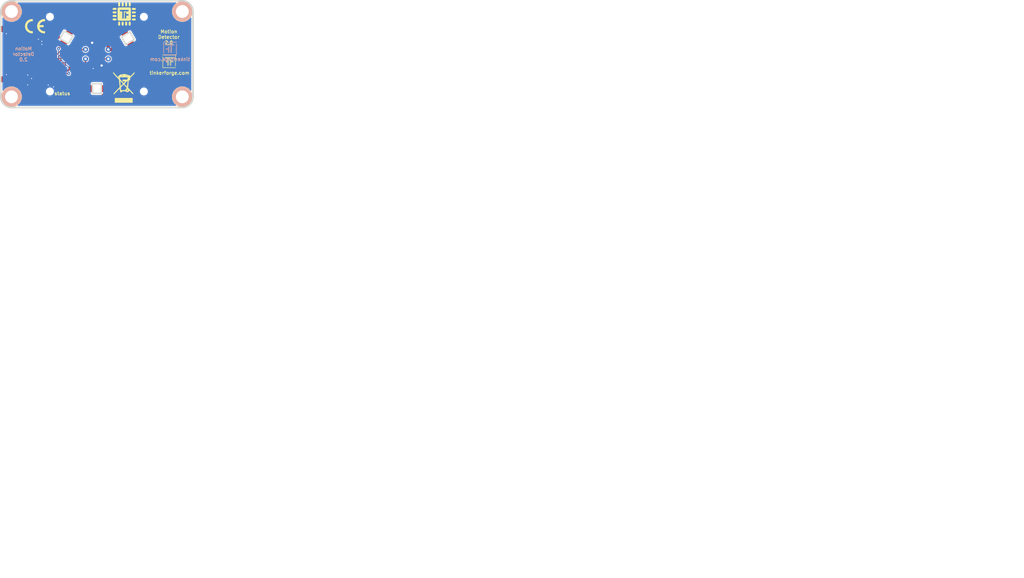
<source format=kicad_pcb>
(kicad_pcb (version 4) (host pcbnew 4.0.7-e2-6376~58~ubuntu17.04.1)
  (title_block (title "Motion Detector Bricklet 2.0") (date 2017-09-05) (rev 2.0) (company "Tinkerforge GmbH") (comment 1 "Licensed under CERN OHL v.1.1") (comment 2 "Copyright (©) 2017, B.Nordmeyer <bastian@tinkerforge.com>"))
  (layers (0 Vorderseite jumper hide) (31 Rückseite jumper hide) (34 B.Paste user) (35 F.Paste user) (36 B.SilkS user hide) (37 F.SilkS user) (38 B.Mask user) (39 F.Mask user) (44 Edge.Cuts user))
  (net 0 "")
  (net 1 GND)
  (net 2 VCC)
  (net 3 "Net-(C1-Pad2)")
  (net 4 VSENS)
  (net 5 "Net-(D1-Pad2)")
  (net 6 "Net-(D2-Pad1)")
  (net 7 "Net-(D3-Pad1)")
  (net 8 "Net-(D4-Pad1)")
  (net 9 "Net-(J1-Pad1)")
  (net 10 "Net-(P1-Pad4)")
  (net 11 "Net-(P1-Pad5)")
  (net 12 "Net-(P1-Pad6)")
  (net 13 "Net-(P2-Pad2)")
  (net 14 "Net-(R1-Pad1)")
  (net 15 S-MISO)
  (net 16 S-MOSI)
  (net 17 S-CLK)
  (net 18 S-CS)
  (net 19 ENABLE)
  (net 20 VOUT)
  (net 21 "Net-(R2-Pad1)")
  (net 22 LED_TOP_L)
  (net 23 LED_TOP_R)
  (net 24 LED_BTM)
  (module Fiducial_Mark (layer Vorderseite) (at 50.4 52.3)
    (fp_text reference Fiducial_Mark hide)
    (fp_text value VAL** hide)
    (pad 1 smd circle (at 0 0) (size 1.00076 1.00076) (layers Vorderseite F.Mask) (clearance 0.65024))
  )
  (module Fiducial_Mark (layer Vorderseite) (at 80.4 32.3)
    (fp_text reference Fiducial_Mark hide)
    (fp_text value VAL** hide)
    (pad 1 smd circle (at 0 0) (size 1.00076 1.00076) (layers Vorderseite F.Mask) (clearance 0.65024))
  )
  (module Logo_31x31m (layer Vorderseite) (at 83.9 42.4 180)
    (fp_text reference G*** hide)
    (fp_text value LOGO hide)
  )
  (module C0402E (layer Vorderseite) (at 50.1 46.6 90)
    (fp_text reference C1)
    (fp_text value 220pF)
    (pad 1 smd rect (at -0.65 0 90) (size 0.7 0.9) (layers Vorderseite F.Paste F.Mask) (net 1 GND))
    (pad 2 smd rect (at 0.65 0 90) (size 0.7 0.9) (layers Vorderseite F.Paste F.Mask) (net 3 "Net-(C1-Pad2)"))
  )
  (module C0805 (layer Vorderseite) (at 50.1 40.4 270)
    (fp_text reference C2)
    (fp_text value 10uF)
    (pad 1 smd rect (at -1.00076 0 270) (size 1.00076 1.24968) (layers Vorderseite F.Paste F.Mask) (net 1 GND) (clearance 0.14986))
    (pad 2 smd rect (at 1.00076 0 270) (size 1.00076 1.24968) (layers Vorderseite F.Paste F.Mask) (net 2 VCC) (clearance 0.14986))
  )
  (module C0603F (layer Vorderseite) (at 51.7 40.4 270)
    (fp_text reference C3)
    (fp_text value 1uF)
    (pad 1 smd rect (at -0.75 0 270) (size 0.9 0.9) (layers Vorderseite F.Paste F.Mask) (net 1 GND))
    (pad 2 smd rect (at 0.75 0 270) (size 0.9 0.9) (layers Vorderseite F.Paste F.Mask) (net 2 VCC))
  )
  (module C0603F (layer Vorderseite) (at 55.7 49.2)
    (fp_text reference C4)
    (fp_text value 100nF)
    (pad 1 smd rect (at -0.75 0) (size 0.9 0.9) (layers Vorderseite F.Paste F.Mask) (net 1 GND))
    (pad 2 smd rect (at 0.75 0) (size 0.9 0.9) (layers Vorderseite F.Paste F.Mask) (net 2 VCC))
  )
  (module C0603F (layer Vorderseite) (at 62.95 45.65 180)
    (fp_text reference C6)
    (fp_text value 100nF)
    (pad 1 smd rect (at -0.75 0 180) (size 0.9 0.9) (layers Vorderseite F.Paste F.Mask) (net 1 GND))
    (pad 2 smd rect (at 0.75 0 180) (size 0.9 0.9) (layers Vorderseite F.Paste F.Mask) (net 4 VSENS))
  )
  (module C0603F (layer Vorderseite) (at 67.3 38.7)
    (fp_text reference C7)
    (fp_text value 100nF)
    (pad 1 smd rect (at -0.75 0) (size 0.9 0.9) (layers Vorderseite F.Paste F.Mask) (net 1 GND))
    (pad 2 smd rect (at 0.75 0) (size 0.9 0.9) (layers Vorderseite F.Paste F.Mask) (net 2 VCC))
  )
  (module D0603F (layer Vorderseite) (at 57.3 52.9 180)
    (fp_text reference D1)
    (fp_text value blue)
    (pad 1 smd rect (at -0.75 0 180) (size 0.9 0.9) (layers Vorderseite F.Paste F.Mask) (net 2 VCC))
    (pad 2 smd rect (at 0.75 0 180) (size 0.9 0.9) (layers Vorderseite F.Paste F.Mask) (net 5 "Net-(D1-Pad2)"))
  )
  (module D1206_INV (layer Vorderseite) (at 58.3 38.4 240)
    (fp_text reference D2)
    (fp_text value blue_inv)
    (pad 1 smd rect (at -1.8 0 240) (size 1.5 1.6) (layers Vorderseite F.Paste F.Mask) (net 6 "Net-(D2-Pad1)"))
    (pad 2 smd rect (at 1.8 0 240) (size 1.5 1.6) (layers Vorderseite F.Paste F.Mask) (net 22 LED_TOP_L))
  )
  (module D1206_INV (layer Vorderseite) (at 72.6 38.6 120)
    (fp_text reference D3)
    (fp_text value blue_inv)
    (pad 1 smd rect (at -1.8 0 120) (size 1.5 1.6) (layers Vorderseite F.Paste F.Mask) (net 7 "Net-(D3-Pad1)"))
    (pad 2 smd rect (at 1.8 0 120) (size 1.5 1.6) (layers Vorderseite F.Paste F.Mask) (net 23 LED_TOP_R))
  )
  (module D1206_INV (layer Vorderseite) (at 65.4 50.4 180)
    (fp_text reference D4)
    (fp_text value blue_inv)
    (pad 1 smd rect (at -1.8 0 180) (size 1.5 1.6) (layers Vorderseite F.Paste F.Mask) (net 8 "Net-(D4-Pad1)"))
    (pad 2 smd rect (at 1.8 0 180) (size 1.5 1.6) (layers Vorderseite F.Paste F.Mask) (net 24 LED_BTM))
  )
  (module kicad-libraries:DEBUG_PAD (layer Vorderseite) (at 51.3 46)
    (fp_text reference J1)
    (fp_text value Debug)
    (pad 1 smd circle (at 0 0) (size 0.7 0.7) (layers Vorderseite F.Paste F.Mask) (net 9 "Net-(J1-Pad1)"))
  )
  (module kicad-libraries:CON-SENSOR2 (layer Vorderseite) (at 43 42.3 270)
    (fp_text reference P1)
    (fp_text value CON-SENSOR2)
    (pad 1 smd rect (at -3.75 -4.6 270) (size 0.6 1.8) (layers Vorderseite F.Paste F.Mask))
    (pad 2 smd rect (at -2.5 -4.6 270) (size 0.6 1.8) (layers Vorderseite F.Paste F.Mask) (net 1 GND))
    (pad EP smd rect (at -5.9 -1.2 270) (size 1.4 2.4) (layers Vorderseite F.Paste F.Mask) (net 1 GND))
    (pad EP smd rect (at 5.9 -1.2 270) (size 1.4 2.4) (layers Vorderseite F.Paste F.Mask) (net 1 GND))
    (pad 3 smd rect (at -1.25 -4.6 270) (size 0.6 1.8) (layers Vorderseite F.Paste F.Mask) (net 2 VCC))
    (pad 4 smd rect (at 0 -4.6 270) (size 0.6 1.8) (layers Vorderseite F.Paste F.Mask) (net 10 "Net-(P1-Pad4)"))
    (pad 5 smd rect (at 1.25 -4.6 270) (size 0.6 1.8) (layers Vorderseite F.Paste F.Mask) (net 11 "Net-(P1-Pad5)"))
    (pad 6 smd rect (at 2.5 -4.6 270) (size 0.6 1.8) (layers Vorderseite F.Paste F.Mask) (net 12 "Net-(P1-Pad6)"))
    (pad 7 smd rect (at 3.75 -4.6 270) (size 0.6 1.8) (layers Vorderseite F.Paste F.Mask) (net 3 "Net-(C1-Pad2)"))
  )
  (module kicad-libraries:SolderJumper (layer Vorderseite) (at 50.3 49.5)
    (fp_text reference P2)
    (fp_text value Boot)
    (pad 2 smd rect (at 0.55 0) (size 0.3 1.4) (layers Vorderseite F.Mask) (net 13 "Net-(P2-Pad2)"))
    (pad 2 smd rect (at 0.15 0) (size 0.6 0.5) (layers Vorderseite F.Mask) (net 13 "Net-(P2-Pad2)"))
    (pad 1 smd rect (at -0.5 0) (size 0.4 1.4) (layers Vorderseite F.Mask) (net 1 GND))
    (pad 1 smd rect (at -0.225 0.55) (size 0.95 0.3) (layers Vorderseite F.Mask) (net 1 GND))
    (pad 1 smd rect (at -0.225 -0.55) (size 0.95 0.3) (layers Vorderseite F.Mask) (net 1 GND))
  )
  (module R0603F (layer Vorderseite) (at 54.3 52.9)
    (fp_text reference R1)
    (fp_text value 1k)
    (pad 1 smd rect (at -0.75 0) (size 0.9 0.9) (layers Vorderseite F.Paste F.Mask) (net 14 "Net-(R1-Pad1)"))
    (pad 2 smd rect (at 0.75 0) (size 0.9 0.9) (layers Vorderseite F.Paste F.Mask) (net 5 "Net-(D1-Pad2)"))
  )
  (module R0603F (layer Vorderseite) (at 60 45.65)
    (fp_text reference R2)
    (fp_text value 1k)
    (pad 1 smd rect (at -0.75 0) (size 0.9 0.9) (layers Vorderseite F.Paste F.Mask) (net 21 "Net-(R2-Pad1)"))
    (pad 2 smd rect (at 0.75 0) (size 0.9 0.9) (layers Vorderseite F.Paste F.Mask) (net 4 VSENS))
  )
  (module R0603F (layer Vorderseite) (at 61.25 34.4)
    (fp_text reference R3)
    (fp_text value 68)
    (pad 1 smd rect (at -0.75 0) (size 0.9 0.9) (layers Vorderseite F.Paste F.Mask) (net 6 "Net-(D2-Pad1)"))
    (pad 2 smd rect (at 0.75 0) (size 0.9 0.9) (layers Vorderseite F.Paste F.Mask) (net 2 VCC))
  )
  (module R0603F (layer Vorderseite) (at 72.3 42.4 180)
    (fp_text reference R4)
    (fp_text value 68)
    (pad 1 smd rect (at -0.75 0 180) (size 0.9 0.9) (layers Vorderseite F.Paste F.Mask) (net 7 "Net-(D3-Pad1)"))
    (pad 2 smd rect (at 0.75 0 180) (size 0.9 0.9) (layers Vorderseite F.Paste F.Mask) (net 2 VCC))
  )
  (module R0603F (layer Vorderseite) (at 65.4 52.4 180)
    (fp_text reference R5)
    (fp_text value 22)
    (pad 1 smd rect (at -0.75 0 180) (size 0.9 0.9) (layers Vorderseite F.Paste F.Mask) (net 8 "Net-(D4-Pad1)"))
    (pad 2 smd rect (at 0.75 0 180) (size 0.9 0.9) (layers Vorderseite F.Paste F.Mask) (net 2 VCC))
  )
  (module kicad-libraries:4X0402 (layer Vorderseite) (at 50.8 44.2 270)
    (fp_text reference RP1)
    (fp_text value 82)
    (pad 1 smd rect (at -0.7493 0.575 90) (size 0.29972 0.65) (layers Vorderseite F.Paste F.Mask) (net 10 "Net-(P1-Pad4)"))
    (pad 2 smd rect (at -0.24892 0.575 90) (size 0.29972 0.65) (layers Vorderseite F.Paste F.Mask) (net 11 "Net-(P1-Pad5)"))
    (pad 3 smd rect (at 0.24892 0.575 90) (size 0.29972 0.65) (layers Vorderseite F.Paste F.Mask) (net 12 "Net-(P1-Pad6)"))
    (pad 4 smd rect (at 0.7493 0.575 90) (size 0.29972 0.65) (layers Vorderseite F.Paste F.Mask) (net 3 "Net-(C1-Pad2)"))
    (pad 5 smd rect (at 0.7493 -0.575 270) (size 0.29972 0.65) (layers Vorderseite F.Paste F.Mask) (net 15 S-MISO))
    (pad 6 smd rect (at 0.24892 -0.575 270) (size 0.29972 0.65) (layers Vorderseite F.Paste F.Mask) (net 16 S-MOSI))
    (pad 7 smd rect (at -0.24892 -0.575 270) (size 0.29972 0.65) (layers Vorderseite F.Paste F.Mask) (net 17 S-CLK))
    (pad 8 smd rect (at -0.7493 -0.575 270) (size 0.29972 0.65) (layers Vorderseite F.Paste F.Mask) (net 18 S-CS))
  )
  (module kicad-libraries:QFN24-4x4mm-0.5mm (layer Vorderseite) (at 55.7 45.6)
    (fp_text reference U1)
    (fp_text value XMC1XXX24)
    (pad 1 smd oval (at -2.025 -1.25) (size 1 0.3) (layers Vorderseite F.Paste F.Mask) (net 15 S-MISO))
    (pad 2 smd oval (at -2.025 -0.75) (size 1 0.3) (layers Vorderseite F.Paste F.Mask) (net 9 "Net-(J1-Pad1)"))
    (pad 3 smd oval (at -2.025 -0.25) (size 1 0.3) (layers Vorderseite F.Paste F.Mask))
    (pad 4 smd oval (at -2.025 0.25) (size 1 0.3) (layers Vorderseite F.Paste F.Mask) (net 13 "Net-(P2-Pad2)"))
    (pad 5 smd oval (at -2.025 0.75) (size 1 0.3) (layers Vorderseite F.Paste F.Mask))
    (pad 6 smd oval (at -2.025 1.25) (size 1 0.3) (layers Vorderseite F.Paste F.Mask))
    (pad 7 smd oval (at -1.25 2.025 90) (size 1 0.3) (layers Vorderseite F.Paste F.Mask) (net 14 "Net-(R1-Pad1)"))
    (pad 8 smd oval (at -0.75 2.025 90) (size 1 0.3) (layers Vorderseite F.Paste F.Mask))
    (pad 9 smd oval (at -0.25 2.025 90) (size 1 0.3) (layers Vorderseite F.Paste F.Mask) (net 1 GND))
    (pad 10 smd oval (at 0.25 2.025 90) (size 1 0.3) (layers Vorderseite F.Paste F.Mask) (net 2 VCC))
    (pad 11 smd oval (at 0.75 2.025 90) (size 1 0.3) (layers Vorderseite F.Paste F.Mask) (net 24 LED_BTM))
    (pad 12 smd oval (at 1.25 2.025 90) (size 1 0.3) (layers Vorderseite F.Paste F.Mask) (net 23 LED_TOP_R))
    (pad 13 smd oval (at 2.025 1.25) (size 1 0.3) (layers Vorderseite F.Paste F.Mask) (net 22 LED_TOP_L))
    (pad 14 smd oval (at 2.025 0.75) (size 1 0.3) (layers Vorderseite F.Paste F.Mask) (net 21 "Net-(R2-Pad1)"))
    (pad 15 smd oval (at 2.025 0.25) (size 1 0.3) (layers Vorderseite F.Paste F.Mask))
    (pad 16 smd oval (at 2.025 -0.25) (size 1 0.3) (layers Vorderseite F.Paste F.Mask))
    (pad 17 smd oval (at 2.025 -0.75) (size 1 0.3) (layers Vorderseite F.Paste F.Mask))
    (pad 18 smd oval (at 2.025 -1.25) (size 1 0.3) (layers Vorderseite F.Paste F.Mask))
    (pad 19 smd oval (at 1.25 -2.025 90) (size 1 0.3) (layers Vorderseite F.Paste F.Mask))
    (pad 20 smd oval (at 0.75 -2.025 90) (size 1 0.3) (layers Vorderseite F.Paste F.Mask) (net 19 ENABLE))
    (pad 21 smd oval (at 0.25 -2.025 90) (size 1 0.3) (layers Vorderseite F.Paste F.Mask) (net 20 VOUT))
    (pad 22 smd oval (at -0.25 -2.025 90) (size 1 0.3) (layers Vorderseite F.Paste F.Mask) (net 18 S-CS))
    (pad 23 smd oval (at -0.75 -2.025 90) (size 1 0.3) (layers Vorderseite F.Paste F.Mask) (net 17 S-CLK))
    (pad 24 smd oval (at -1.25 -2.025 90) (size 1 0.3) (layers Vorderseite F.Paste F.Mask) (net 16 S-MOSI))
    (pad EXP smd rect (at 0.65 0.65) (size 1.3 1.3) (layers Vorderseite F.Paste F.Mask) (net 1 GND))
    (pad EXP smd rect (at 0.65 -0.65) (size 1.3 1.3) (layers Vorderseite F.Paste F.Mask) (net 1 GND))
    (pad EXP smd rect (at -0.65 0.65) (size 1.3 1.3) (layers Vorderseite F.Paste F.Mask) (net 1 GND))
    (pad EXP smd rect (at -0.65 -0.65) (size 1.3 1.3) (layers Vorderseite F.Paste F.Mask) (net 1 GND))
  )
  (module kicad-libraries:Fresnel_Lens_S8002 (layer Rückseite) (at 65.4 42.3)
    (fp_text reference REF**)
    (fp_text value Fresnel_Lens_S8002)
    (pad "" np_thru_hole circle (at -11 8.75) (size 1.45 1.45) (drill 1.45) (layers *.Cu *.Mask))
    (pad "" np_thru_hole circle (at 11 8.75) (size 1.45 1.45) (drill 1.45) (layers *.Cu *.Mask))
    (pad "" np_thru_hole circle (at 11 -8.75) (size 1.45 1.45) (drill 1.45) (layers *.Cu *.Mask))
    (pad "" np_thru_hole circle (at -11 -8.75) (size 1.45 1.45) (drill 1.45) (layers *.Cu *.Mask))
  )
  (module kicad-libraries:Logo_CoMCU (layer Vorderseite) (at 71.8 32.9)
    (fp_text reference G*** hide)
    (fp_text value LOGO hide)
  )
  (module kicad-libraries:Logo_31x31 (layer Rückseite) (at 84.1 39.4 180)
    (fp_text reference G*** hide)
    (fp_text value Logo_31x31 hide)
  )
  (module AM612 (layer Rückseite) (at 65.4 42.3 225)
    (fp_text reference U3)
    (fp_text value AM612)
    (pad 2 thru_hole circle (at 1.1 2.67 225) (size 1.2 1.2) (drill 0.55) (layers *.Cu *.Mask) (net 19 ENABLE))
    (pad 1 thru_hole circle (at 2.67 1.1 225) (size 1.2 1.2) (drill 0.55) (layers *.Cu *.Mask) (net 4 VSENS))
    (pad 3 thru_hole circle (at -1.1 2.67 225) (size 1.2 1.2) (drill 0.55) (layers *.Cu *.Mask) (net 1 GND))
    (pad 5 thru_hole circle (at -1.1 -2.67 225) (size 1.2 1.2) (drill 0.55) (layers *.Cu *.Mask) (net 20 VOUT))
    (pad 4 thru_hole circle (at -2.67 -1.1 225) (size 1.2 1.2) (drill 0.55) (layers *.Cu *.Mask) (net 2 VCC))
    (pad 6 thru_hole circle (at 1.1 -2.67 225) (size 1.2 1.2) (drill 0.55) (layers *.Cu *.Mask) (net 1 GND))
  )
  (module DRILL_NP (layer Vorderseite) (at 45.4 52.3)
    (fp_text reference U4 hide)
    (fp_text value DRILL hide)
    (pad "" np_thru_hole circle (at 0 0) (size 2.99974 2.99974) (drill 2.99974) (layers *.Cu *.Mask F.SilkS) (clearance 0.89916))
  )
  (module DRILL_NP (layer Vorderseite) (at 85.4 52.3)
    (fp_text reference U5 hide)
    (fp_text value DRILL hide)
    (pad "" np_thru_hole circle (at 0 0) (size 2.99974 2.99974) (drill 2.99974) (layers *.Cu *.Mask F.SilkS) (clearance 0.89916))
  )
  (module DRILL_NP (layer Vorderseite) (at 45.4 32.3)
    (fp_text reference U6 hide)
    (fp_text value DRILL hide)
    (pad "" np_thru_hole circle (at 0 0) (size 2.99974 2.99974) (drill 2.99974) (layers *.Cu *.Mask F.SilkS) (clearance 0.89916))
  )
  (module DRILL_NP (layer Vorderseite) (at 85.4 32.3)
    (fp_text reference U7 hide)
    (fp_text value DRILL hide)
    (pad "" np_thru_hole circle (at 0 0) (size 2.99974 2.99974) (drill 2.99974) (layers *.Cu *.Mask F.SilkS) (clearance 0.89916))
  )
  (module kicad-libraries:WEEE_7mm (layer Vorderseite) (at 71.7 50.1)
    (fp_text reference VAL hide)
    (fp_text value WEEE_7mm hide)
  )
  (module kicad-libraries:CE_5mm (layer Vorderseite) (at 50.95 35.75)
    (fp_text reference VAL hide)
    (fp_text value CE_5mm hide)
  )
  (gr_line (start 66.45 49.2) (end 64.35 49.2) (angle 90) (layer Edge.Cuts) (width 0.381))
  (gr_line (start 66.45 51.5) (end 66.45 49.2) (angle 90) (layer Edge.Cuts) (width 0.381))
  (gr_line (start 64.35 51.5) (end 66.45 51.5) (angle 90) (layer Edge.Cuts) (width 0.381))
  (gr_line (start 64.35 49.2) (end 64.35 51.5) (angle 90) (layer Edge.Cuts) (width 0.381))
  (gr_line (start 59.8 38.05) (end 58.725 39.85) (angle 90) (layer Edge.Cuts) (width 0.381))
  (gr_line (start 57.775 36.875) (end 59.8 38.05) (angle 90) (layer Edge.Cuts) (width 0.381))
  (gr_line (start 56.725 38.7) (end 57.775 36.875) (angle 90) (layer Edge.Cuts) (width 0.381))
  (gr_line (start 58.725 39.85) (end 56.725 38.7) (angle 90) (layer Edge.Cuts) (width 0.381))
  (gr_line (start 72.175 40.05) (end 71.125 38.25) (angle 90) (layer Edge.Cuts) (width 0.381))
  (gr_line (start 74.175 38.9) (end 72.175 40.05) (angle 90) (layer Edge.Cuts) (width 0.381))
  (gr_line (start 73.125 37.075) (end 74.175 38.9) (angle 90) (layer Edge.Cuts) (width 0.381))
  (gr_line (start 71.125 38.25) (end 73.125 37.075) (angle 90) (layer Edge.Cuts) (width 0.381))
  (gr_text status (at 57.3 51.5) (layer F.SilkS) (effects (font (size 0.8 0.8))))
  (gr_text "Motion\nDetector\n2.0" (at 48.2 42.3) (layer B.SilkS) (effects (font (size 0.8 0.8)) (justify mirror)))
  (gr_text tinkerforge.com (at 82.5 43.5) (layer B.SilkS) (effects (font (size 0.8 0.8)) (justify mirror)))
  (gr_line (start 87.9 52.3) (end 87.9 32.3) (angle 90) (layer Edge.Cuts) (width 0.381))
  (gr_arc (start 85.4 52.3) (end 87.9 52.3) (angle 90) (layer Edge.Cuts) (width 0.381))
  (gr_arc (start 85.4 32.3) (end 85.4 29.8) (angle 90) (layer Edge.Cuts) (width 0.381))
  (gr_line (start 45.4 29.8) (end 85.3 29.8) (angle 90) (layer Edge.Cuts) (width 0.381))
  (gr_line (start 45.4 54.8) (end 85.3 54.8) (angle 90) (layer Edge.Cuts) (width 0.381))
  (gr_text "Motion\nDetector\n2.0" (at 82.25 38.3) (layer F.SilkS) (effects (font (size 0.8 0.8))))
  (gr_text tinkerforge.com (at 82.4 46.7) (layer F.SilkS) (effects (font (size 0.8 0.8))))
  (gr_line (start 42.9 32.3) (end 42.9 52.3) (angle 90) (layer Edge.Cuts) (width 0.381))
  (gr_arc (start 45.4 32.3) (end 42.9 32.3) (angle 90) (layer Edge.Cuts) (width 0.381))
  (gr_arc (start 45.4 52.3) (end 45.4 54.8) (angle 90) (layer Edge.Cuts) (width 0.381))
  (segment (start 54.95 49.2) (end 54.95 49.65) (width 0.59944) (layer Vorderseite) (net 1))
  (segment (start 54.95 49.65) (end 55.25 49.95) (width 0.59944) (layer Vorderseite) (net 1))
  (via (at 55.25 49.95) (size 0.70104) (drill 0.24892) (layers Vorderseite Rückseite) (net 1))
  (segment (start 63.7 45.65) (end 64.55 45.65) (width 0.59944) (layer Vorderseite) (net 1))
  (via (at 64.55 45.65) (size 0.70104) (drill 0.24892) (layers Vorderseite Rückseite) (net 1))
  (segment (start 66.55 38.7) (end 65.224049 38.7) (width 0.8001) (layer Vorderseite) (net 1))
  (segment (start 65.224049 38.7) (end 64.289842 39.634207) (width 0.8001) (layer Vorderseite) (net 1))
  (segment (start 49.8 49.5) (end 49.8 50) (width 0.2) (layer Vorderseite) (net 1))
  (segment (start 49.8 50) (end 49.85 50.05) (width 0.2) (layer Vorderseite) (net 1))
  (segment (start 49.85 50.05) (end 50.1 50.05) (width 0.2) (layer Vorderseite) (net 1))
  (segment (start 50.1 50.05) (end 50.075 50.05) (width 0.2) (layer Vorderseite) (net 1))
  (segment (start 50.075 48.95) (end 49.8 48.95) (width 0.2) (layer Vorderseite) (net 1))
  (segment (start 49.8 48.95) (end 49.8 49.5) (width 0.2) (layer Vorderseite) (net 1))
  (segment (start 49.8 49.5) (end 49.2 49.5) (width 0.2) (layer Vorderseite) (net 1))
  (via (at 49.2 49.5) (size 0.70104) (drill 0.24892) (layers Vorderseite Rückseite) (net 1))
  (segment (start 50.1 47.25) (end 49.25 47.25) (width 0.2) (layer Vorderseite) (net 1))
  (via (at 49.2 47.2) (size 0.70104) (drill 0.24892) (layers Vorderseite Rückseite) (net 1))
  (segment (start 49.25 47.25) (end 49.2 47.2) (width 0.2) (layer Vorderseite) (net 1))
  (segment (start 50.1 47.25) (end 50.1 48) (width 0.2) (layer Vorderseite) (net 1))
  (via (at 50.1 48) (size 0.70104) (drill 0.24892) (layers Vorderseite Rückseite) (net 1))
  (segment (start 56.35 46.25) (end 55.05 46.25) (width 0.2) (layer Vorderseite) (net 1))
  (segment (start 55.05 44.95) (end 56.35 44.95) (width 0.2) (layer Vorderseite) (net 1))
  (segment (start 55.05 46.25) (end 55.05 44.95) (width 0.2) (layer Vorderseite) (net 1))
  (segment (start 55.45 47.625) (end 55.45 46.65) (width 0.2) (layer Vorderseite) (net 1))
  (segment (start 55.45 46.65) (end 55.05 46.25) (width 0.2) (layer Vorderseite) (net 1))
  (segment (start 51.7 39.65) (end 51.7 38.8) (width 0.59944) (layer Vorderseite) (net 1))
  (via (at 51.7 38.8) (size 0.70104) (drill 0.24892) (layers Vorderseite Rückseite) (net 1))
  (segment (start 51.7 39.65) (end 52.15 39.65) (width 0.59944) (layer Vorderseite) (net 1))
  (segment (start 52.15 39.65) (end 52.5 39.3) (width 0.59944) (layer Vorderseite) (net 1))
  (via (at 52.5 39.3) (size 0.70104) (drill 0.24892) (layers Vorderseite Rückseite) (net 1))
  (segment (start 52.15 39.65) (end 52.5 40) (width 0.59944) (layer Vorderseite) (net 1))
  (via (at 52.5 40) (size 0.70104) (drill 0.24892) (layers Vorderseite Rückseite) (net 1))
  (segment (start 50.1 39.39924) (end 50.79924 39.39924) (width 0.59944) (layer Vorderseite) (net 1))
  (segment (start 51.05 39.65) (end 51.7 39.65) (width 0.59944) (layer Vorderseite) (net 1))
  (segment (start 50.79924 39.39924) (end 51.05 39.65) (width 0.59944) (layer Vorderseite) (net 1))
  (segment (start 47.6 39.8) (end 48.7 39.8) (width 0.59944) (layer Vorderseite) (net 1))
  (segment (start 49.10076 39.39924) (end 50.1 39.39924) (width 0.59944) (layer Vorderseite) (net 1))
  (segment (start 48.7 39.8) (end 49.10076 39.39924) (width 0.59944) (layer Vorderseite) (net 1))
  (segment (start 44.2 36.4) (end 44.2 37.5) (width 0.59944) (layer Vorderseite) (net 1))
  (via (at 44.2 37.5) (size 0.70104) (drill 0.24892) (layers Vorderseite Rückseite) (net 1))
  (segment (start 44.2 48.2) (end 44.2 47.1) (width 0.59944) (layer Vorderseite) (net 1))
  (via (at 44.2 47.1) (size 0.70104) (drill 0.24892) (layers Vorderseite Rückseite) (net 1))
  (segment (start 54.95 49.2) (end 54.3 49.2) (width 0.59944) (layer Vorderseite) (net 1))
  (via (at 54 49.5) (size 0.70104) (drill 0.24892) (layers Vorderseite Rückseite) (net 1))
  (segment (start 54.3 49.2) (end 54 49.5) (width 0.59944) (layer Vorderseite) (net 1))
  (segment (start 55.45 47.625) (end 55.45 48.45) (width 0.29972) (layer Vorderseite) (net 1))
  (segment (start 55.45 48.45) (end 54.95 48.95) (width 0.29972) (layer Vorderseite) (net 1))
  (segment (start 54.95 48.95) (end 54.95 49.2) (width 0.2) (layer Vorderseite) (net 1))
  (segment (start 68.05 38.7) (end 68.05 34.6) (width 0.59944) (layer Vorderseite) (net 2))
  (segment (start 68.05 34.6) (end 66.6 33.15) (width 0.59944) (layer Vorderseite) (net 2))
  (segment (start 61.5 33.15) (end 66.6 33.15) (width 0.59944) (layer Vorderseite) (net 2))
  (segment (start 66.6 33.15) (end 71.85 33.15) (width 0.59944) (layer Vorderseite) (net 2))
  (segment (start 75.6 48) (end 75.6 36.9) (width 0.59944) (layer Vorderseite) (net 2))
  (segment (start 69.7 53.9) (end 75.6 48) (width 0.59944) (layer Vorderseite) (net 2))
  (segment (start 62.5 53.9) (end 69.7 53.9) (width 0.59944) (layer Vorderseite) (net 2))
  (segment (start 61.5 52.9) (end 62.5 53.9) (width 0.59944) (layer Vorderseite) (net 2))
  (segment (start 61.4 52.9) (end 61.5 52.9) (width 0.59944) (layer Vorderseite) (net 2))
  (segment (start 71.85 33.15) (end 75.6 36.9) (width 0.59944) (layer Vorderseite) (net 2))
  (segment (start 56.4 38.3) (end 56.4 36.4) (width 0.59944) (layer Vorderseite) (net 2))
  (segment (start 62 33.65) (end 62 34.4) (width 0.59944) (layer Vorderseite) (net 2))
  (segment (start 61.5 33.15) (end 62 33.65) (width 0.59944) (layer Vorderseite) (net 2))
  (segment (start 59.65 33.15) (end 61.5 33.15) (width 0.59944) (layer Vorderseite) (net 2))
  (segment (start 56.4 36.4) (end 59.65 33.15) (width 0.59944) (layer Vorderseite) (net 2))
  (segment (start 61.4 52.9) (end 64.15 52.9) (width 0.29972) (layer Vorderseite) (net 2))
  (segment (start 64.15 52.9) (end 64.65 52.4) (width 0.29972) (layer Vorderseite) (net 2))
  (segment (start 58.05 52.9) (end 61.4 52.9) (width 0.59944) (layer Vorderseite) (net 2))
  (segment (start 51.7 41.15) (end 53.55 41.15) (width 0.59944) (layer Vorderseite) (net 2))
  (segment (start 53.55 41.15) (end 56.4 38.3) (width 0.59944) (layer Vorderseite) (net 2))
  (segment (start 68.065793 41.189842) (end 70.339842 41.189842) (width 0.8001) (layer Vorderseite) (net 2))
  (segment (start 70.339842 41.189842) (end 71.55 42.4) (width 0.8001) (layer Vorderseite) (net 2))
  (segment (start 68.065793 41.189842) (end 68.065793 38.715793) (width 0.8001) (layer Vorderseite) (net 2))
  (segment (start 68.065793 38.715793) (end 68.05 38.7) (width 0.8001) (layer Vorderseite) (net 2))
  (segment (start 50.1 41.40076) (end 50.79924 41.40076) (width 0.59944) (layer Vorderseite) (net 2))
  (segment (start 51.05 41.15) (end 51.7 41.15) (width 0.59944) (layer Vorderseite) (net 2))
  (segment (start 50.79924 41.40076) (end 51.05 41.15) (width 0.59944) (layer Vorderseite) (net 2))
  (segment (start 47.6 41.05) (end 48.95 41.05) (width 0.59944) (layer Vorderseite) (net 2))
  (segment (start 49.30076 41.40076) (end 50.1 41.40076) (width 0.59944) (layer Vorderseite) (net 2))
  (segment (start 48.95 41.05) (end 49.30076 41.40076) (width 0.59944) (layer Vorderseite) (net 2))
  (segment (start 56.45 49.2) (end 56.45 50.05) (width 0.59944) (layer Vorderseite) (net 2))
  (segment (start 58.05 51.65) (end 58.05 52.9) (width 0.59944) (layer Vorderseite) (net 2))
  (segment (start 56.45 50.05) (end 58.05 51.65) (width 0.59944) (layer Vorderseite) (net 2))
  (segment (start 55.95 47.625) (end 55.95 48.45) (width 0.29972) (layer Vorderseite) (net 2))
  (segment (start 55.95 48.45) (end 56.45 48.95) (width 0.29972) (layer Vorderseite) (net 2))
  (segment (start 56.45 48.95) (end 56.45 49.2) (width 0.2) (layer Vorderseite) (net 2))
  (segment (start 50.225 44.9493) (end 50.225 45.825) (width 0.2) (layer Vorderseite) (net 3))
  (segment (start 50.225 45.825) (end 50.1 45.95) (width 0.2) (layer Vorderseite) (net 3))
  (segment (start 47.6 46.05) (end 50 46.05) (width 0.2) (layer Vorderseite) (net 3))
  (segment (start 50 46.05) (end 50.1 45.95) (width 0.2) (layer Vorderseite) (net 3))
  (segment (start 62.734207 43.410158) (end 62.734207 44.215793) (width 0.29972) (layer Vorderseite) (net 4))
  (segment (start 62.2 44.75) (end 62.2 45.65) (width 0.29972) (layer Vorderseite) (net 4))
  (segment (start 62.734207 44.215793) (end 62.2 44.75) (width 0.29972) (layer Vorderseite) (net 4))
  (segment (start 60.75 45.65) (end 62.2 45.65) (width 0.29972) (layer Vorderseite) (net 4))
  (segment (start 55.05 52.9) (end 56.55 52.9) (width 0.2) (layer Vorderseite) (net 5))
  (segment (start 59.2 36.841154) (end 60.5 35.541154) (width 0.59944) (layer Vorderseite) (net 6))
  (segment (start 60.5 35.541154) (end 60.5 34.4) (width 0.59944) (layer Vorderseite) (net 6))
  (segment (start 73.05 42.4) (end 73.05 40.608846) (width 0.8001) (layer Vorderseite) (net 7))
  (segment (start 73.05 40.608846) (end 73.5 40.158846) (width 0.8001) (layer Vorderseite) (net 7))
  (segment (start 67.2 50.4) (end 67.2 51.35) (width 0.29972) (layer Vorderseite) (net 8))
  (segment (start 67.2 51.35) (end 66.15 52.4) (width 0.29972) (layer Vorderseite) (net 8))
  (segment (start 53.675 44.85) (end 53.05 44.85) (width 0.2) (layer Vorderseite) (net 9))
  (segment (start 51.9 46) (end 51.3 46) (width 0.2) (layer Vorderseite) (net 9))
  (segment (start 53.05 44.85) (end 51.9 46) (width 0.2) (layer Vorderseite) (net 9))
  (segment (start 47.6 42.3) (end 48.4 42.3) (width 0.2) (layer Vorderseite) (net 10))
  (segment (start 48.4 42.3) (end 49.5507 43.4507) (width 0.2) (layer Vorderseite) (net 10))
  (segment (start 49.5507 43.4507) (end 50.225 43.4507) (width 0.2) (layer Vorderseite) (net 10))
  (segment (start 47.6 43.55) (end 48.85 43.55) (width 0.2) (layer Vorderseite) (net 11))
  (segment (start 49.25108 43.95108) (end 50.225 43.95108) (width 0.2) (layer Vorderseite) (net 11))
  (segment (start 48.85 43.55) (end 49.25108 43.95108) (width 0.2) (layer Vorderseite) (net 11))
  (segment (start 47.6 44.8) (end 49.2 44.8) (width 0.2) (layer Vorderseite) (net 12))
  (segment (start 49.55108 44.44892) (end 50.225 44.44892) (width 0.2) (layer Vorderseite) (net 12))
  (segment (start 49.2 44.8) (end 49.55108 44.44892) (width 0.2) (layer Vorderseite) (net 12))
  (segment (start 50.85 49.5) (end 50.45 49.5) (width 0.2) (layer Vorderseite) (net 13))
  (segment (start 53.675 45.85) (end 52.85 45.85) (width 0.2) (layer Vorderseite) (net 13))
  (segment (start 51.3 49.5) (end 50.85 49.5) (width 0.2) (layer Vorderseite) (net 13))
  (segment (start 51.7 49.1) (end 51.3 49.5) (width 0.2) (layer Vorderseite) (net 13))
  (segment (start 51.7 47) (end 51.7 49.1) (width 0.2) (layer Vorderseite) (net 13))
  (segment (start 52.85 45.85) (end 51.7 47) (width 0.2) (layer Vorderseite) (net 13))
  (segment (start 54.45 47.625) (end 54.45 47.95) (width 0.2) (layer Vorderseite) (net 14))
  (segment (start 54.45 47.95) (end 53.2 49.2) (width 0.2) (layer Vorderseite) (net 14))
  (segment (start 53.2 49.2) (end 53.2 52.55) (width 0.2) (layer Vorderseite) (net 14))
  (segment (start 53.2 52.55) (end 53.55 52.9) (width 0.2) (layer Vorderseite) (net 14))
  (segment (start 51.375 44.9493) (end 52.2507 44.9493) (width 0.2) (layer Vorderseite) (net 15))
  (segment (start 52.85 44.35) (end 53.675 44.35) (width 0.2) (layer Vorderseite) (net 15))
  (segment (start 52.2507 44.9493) (end 52.85 44.35) (width 0.2) (layer Vorderseite) (net 15))
  (segment (start 51.375 44.44892) (end 52.05108 44.44892) (width 0.2) (layer Vorderseite) (net 16))
  (segment (start 52.925 43.575) (end 54.45 43.575) (width 0.2) (layer Vorderseite) (net 16))
  (segment (start 52.05108 44.44892) (end 52.925 43.575) (width 0.2) (layer Vorderseite) (net 16))
  (segment (start 51.375 43.95108) (end 51.94892 43.95108) (width 0.2) (layer Vorderseite) (net 17))
  (segment (start 54.95 42.95) (end 54.95 43.575) (width 0.2) (layer Vorderseite) (net 17))
  (segment (start 54.6 42.6) (end 54.95 42.95) (width 0.2) (layer Vorderseite) (net 17))
  (segment (start 53.3 42.6) (end 54.6 42.6) (width 0.2) (layer Vorderseite) (net 17))
  (segment (start 51.94892 43.95108) (end 53.3 42.6) (width 0.2) (layer Vorderseite) (net 17))
  (segment (start 51.375 43.4507) (end 51.7493 43.4507) (width 0.2) (layer Vorderseite) (net 18))
  (segment (start 55.45 42.65) (end 55.45 43.575) (width 0.2) (layer Vorderseite) (net 18))
  (segment (start 54.9 42.1) (end 55.45 42.65) (width 0.2) (layer Vorderseite) (net 18))
  (segment (start 53.1 42.1) (end 54.9 42.1) (width 0.2) (layer Vorderseite) (net 18))
  (segment (start 51.7493 43.4507) (end 53.1 42.1) (width 0.2) (layer Vorderseite) (net 18))
  (segment (start 62.734207 41.189842) (end 62.110158 41.189842) (width 0.2) (layer Vorderseite) (net 19))
  (segment (start 56.45 42.85) (end 56.45 43.575) (width 0.2) (layer Vorderseite) (net 19))
  (segment (start 57.3 42) (end 56.45 42.85) (width 0.2) (layer Vorderseite) (net 19))
  (segment (start 61.3 42) (end 57.3 42) (width 0.2) (layer Vorderseite) (net 19))
  (segment (start 62.110158 41.189842) (end 61.3 42) (width 0.2) (layer Vorderseite) (net 19))
  (segment (start 55.95 43.575) (end 55.95 42.45) (width 0.2) (layer Vorderseite) (net 20))
  (segment (start 66.410158 43.410158) (end 68.065793 43.410158) (width 0.2) (layer Vorderseite) (net 20))
  (segment (start 63.1 40.1) (end 66.410158 43.410158) (width 0.2) (layer Vorderseite) (net 20))
  (segment (start 61.6 40.1) (end 63.1 40.1) (width 0.2) (layer Vorderseite) (net 20))
  (segment (start 60.2 41.5) (end 61.6 40.1) (width 0.2) (layer Vorderseite) (net 20))
  (segment (start 56.9 41.5) (end 60.2 41.5) (width 0.2) (layer Vorderseite) (net 20))
  (segment (start 55.95 42.45) (end 56.9 41.5) (width 0.2) (layer Vorderseite) (net 20))
  (segment (start 57.725 46.35) (end 58.35 46.35) (width 0.29972) (layer Vorderseite) (net 21))
  (segment (start 58.35 46.35) (end 59.05 45.65) (width 0.29972) (layer Vorderseite) (net 21))
  (segment (start 59.05 45.65) (end 59.25 45.65) (width 0.2) (layer Vorderseite) (net 21))
  (via (at 58.8 46.85) (size 0.70104) (drill 0.24892) (layers Vorderseite Rückseite) (net 22))
  (segment (start 56.4 43) (end 58.8 45.4) (width 0.2) (layer Rückseite) (net 22))
  (segment (start 58.8 45.4) (end 58.8 46.85) (width 0.2) (layer Rückseite) (net 22))
  (segment (start 57.725 46.85) (end 58.8 46.85) (width 0.2) (layer Vorderseite) (net 22))
  (segment (start 56.4 43) (end 56.4 41) (width 0.2) (layer Rückseite) (net 22))
  (via (at 56.4 41) (size 0.70104) (drill 0.24892) (layers Vorderseite Rückseite) (net 22))
  (segment (start 56.4 41) (end 57.4 40) (width 0.2) (layer Vorderseite) (net 22))
  (segment (start 57.4 40) (end 57.4 39.958846) (width 0.2) (layer Vorderseite) (net 22))
  (segment (start 56.95 47.625) (end 56.95 47.949998) (width 0.2) (layer Vorderseite) (net 23))
  (segment (start 56.95 47.949998) (end 57.050002 48.05) (width 0.2) (layer Vorderseite) (net 23))
  (segment (start 57.050002 48.05) (end 67.25 48.05) (width 0.2) (layer Vorderseite) (net 23))
  (segment (start 67.25 48.05) (end 72.3 43) (width 0.2) (layer Vorderseite) (net 23))
  (segment (start 70.6 38.141154) (end 71.7 37.041154) (width 0.2) (layer Vorderseite) (net 23))
  (segment (start 70.6 39.4) (end 70.6 38.141154) (width 0.2) (layer Vorderseite) (net 23))
  (segment (start 72.3 41.1) (end 70.6 39.4) (width 0.2) (layer Vorderseite) (net 23))
  (segment (start 72.3 43) (end 72.3 41.1) (width 0.2) (layer Vorderseite) (net 23))
  (segment (start 56.45 47.625) (end 56.45 48.2) (width 0.2) (layer Vorderseite) (net 24))
  (segment (start 59.1 50.4) (end 63.6 50.4) (width 0.2) (layer Vorderseite) (net 24))
  (segment (start 57.15 48.45) (end 59.1 50.4) (width 0.2) (layer Vorderseite) (net 24))
  (segment (start 56.7 48.45) (end 57.15 48.45) (width 0.2) (layer Vorderseite) (net 24))
  (segment (start 56.45 48.2) (end 56.7 48.45) (width 0.2) (layer Vorderseite) (net 24))
  (zone (net 1) (net_name GND) (layer Rückseite) (connect_pads yes (clearance 0.2)) (min_thickness 0.2) (fill yes (arc_segments 16) (thermal_gap 0.508) (thermal_bridge_width 0.508))
    (polygon (pts (xy 42.9 29.8) (xy 87.9 29.8) (xy 87.9 54.8) (xy 42.9 54.8)))
  )
)
</source>
